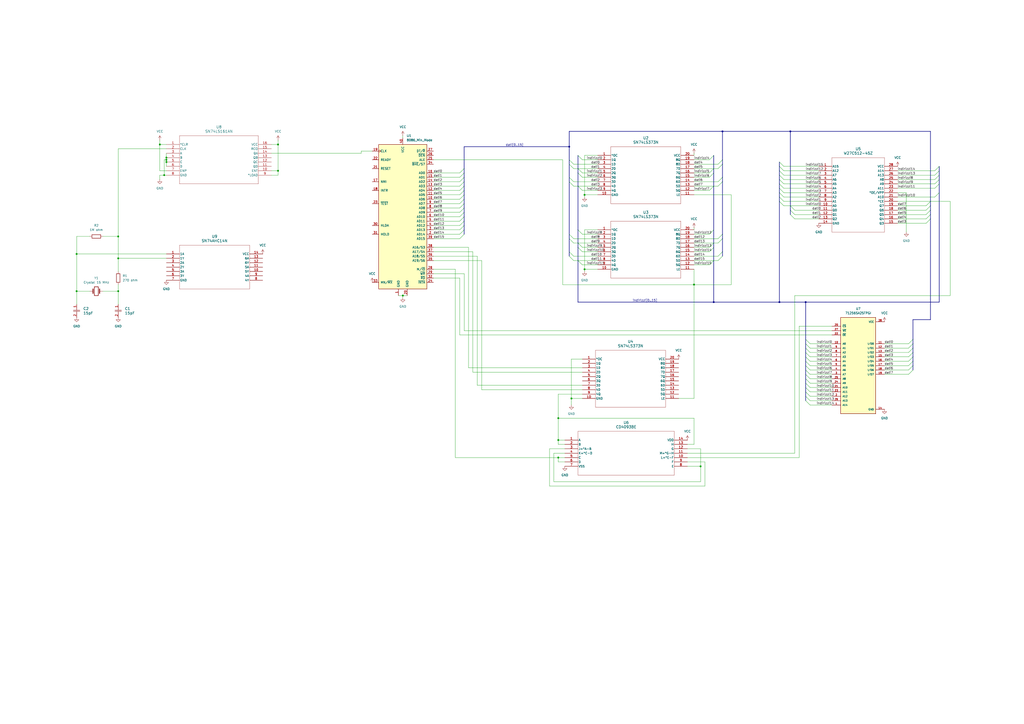
<source format=kicad_sch>
(kicad_sch (version 20250114) (generator "eeschema") (generator_version "9.0")
  (paper "A2")
  (title_block (title "philOS") (date "2025-02-26") (rev "0"))
  (lib_symbols
    (symbol "71256SA25TPGI:71256SA25TPGI" (pin_names (offset 1.016))
      (property "Reference" "U" (at -10.16 28.702 0))
      (property "Value" "71256SA25TPGI" (at -10.16 -30.48 0))
      (symbol "71256SA25TPGI_0_0"
        (pin input line (at -15.24 22.86 0) (length 5.08) (name "~{CS}") (number "20"))
        (pin input line (at -15.24 20.32 0) (length 5.08) (name "~{WE}") (number "27"))
        (pin input line (at -15.24 17.78 0) (length 5.08) (name "~{OE}") (number "22"))
        (pin input line (at -15.24 12.7 0) (length 5.08) (name "A0") (number "10"))
        (pin input line (at -15.24 10.16 0) (length 5.08) (name "A1") (number "9"))
        (pin input line (at -15.24 7.62 0) (length 5.08) (name "A2") (number "8"))
        (pin input line (at -15.24 5.08 0) (length 5.08) (name "A3") (number "7"))
        (pin input line (at -15.24 2.54 0) (length 5.08) (name "A4") (number "6"))
        (pin input line (at -15.24 0 0) (length 5.08) (name "A5") (number "5"))
        (pin input line (at -15.24 -2.54 0) (length 5.08) (name "A6") (number "4"))
        (pin input line (at -15.24 -5.08 0) (length 5.08) (name "A7") (number "3"))
        (pin input line (at -15.24 -7.62 0) (length 5.08) (name "A8") (number "25"))
        (pin input line (at -15.24 -10.16 0) (length 5.08) (name "A9") (number "24"))
        (pin input line (at -15.24 -12.7 0) (length 5.08) (name "A10") (number "21"))
        (pin input line (at -15.24 -15.24 0) (length 5.08) (name "A11") (number "23"))
        (pin input line (at -15.24 -17.78 0) (length 5.08) (name "A12") (number "2"))
        (pin input line (at -15.24 -20.32 0) (length 5.08) (name "A13") (number "26"))
        (pin input line (at -15.24 -22.86 0) (length 5.08) (name "A14") (number "1"))
        (pin power_in line (at 15.24 25.4 180) (length 5.08) (name "VCC") (number "28"))
        (pin bidirectional line (at 15.24 12.7 180) (length 5.08) (name "I/O0") (number "11"))
        (pin bidirectional line (at 15.24 10.16 180) (length 5.08) (name "I/O1") (number "12"))
        (pin bidirectional line (at 15.24 7.62 180) (length 5.08) (name "I/O2") (number "13"))
        (pin bidirectional line (at 15.24 5.08 180) (length 5.08) (name "I/O3") (number "15"))
        (pin bidirectional line (at 15.24 2.54 180) (length 5.08) (name "I/O4") (number "16"))
        (pin bidirectional line (at 15.24 0 180) (length 5.08) (name "I/O5") (number "17"))
        (pin bidirectional line (at 15.24 -2.54 180) (length 5.08) (name "I/O6") (number "18"))
        (pin bidirectional line (at 15.24 -5.08 180) (length 5.08) (name "I/O7") (number "19"))
        (pin power_in line (at 15.24 -25.4 180) (length 5.08) (name "GND") (number "14"))
      )
    )
    (symbol "CD4093BE:CD4093BE" (pin_names (offset 0.254))
      (property "Reference" "U" (at 35.56 10.16 0))
      (property "Value" "CD4093BE" (at 35.56 7.62 0))
      (symbol "CD4093BE_0_1"
        (pin unspecified line (at 0 0 0) (length 7.62) (name "A") (number "1"))
        (pin unspecified line (at 0 -2.54 0) (length 7.62) (name "B") (number "2"))
        (pin unspecified line (at 0 -5.08 0) (length 7.62) (name "J=*A-B") (number "3"))
        (pin unspecified line (at 0 -7.62 0) (length 7.62) (name "K=*C-D") (number "4"))
        (pin unspecified line (at 0 -10.16 0) (length 7.62) (name "C") (number "5"))
        (pin unspecified line (at 0 -12.7 0) (length 7.62) (name "D") (number "6"))
        (pin power_in line (at 0 -15.24 0) (length 7.62) (name "VSS") (number "7"))
        (pin power_in line (at 71.12 0 180) (length 7.62) (name "VDD") (number "14"))
        (pin unspecified line (at 71.12 -2.54 180) (length 7.62) (name "H") (number "13"))
        (pin unspecified line (at 71.12 -5.08 180) (length 7.62) (name "G") (number "12"))
        (pin unspecified line (at 71.12 -7.62 180) (length 7.62) (name "M=*G-H") (number "11"))
        (pin unspecified line (at 71.12 -10.16 180) (length 7.62) (name "L=*E-F") (number "10"))
        (pin unspecified line (at 71.12 -12.7 180) (length 7.62) (name "F") (number "9"))
        (pin unspecified line (at 71.12 -15.24 180) (length 7.62) (name "E") (number "8"))
      )
    )
    (symbol "Device:Crystal" (pin_numbers (hide yes)) (pin_names (offset 1.016) (hide yes))
      (property "Reference" "Y" (at 0 3.81 0))
      (property "Value" "Crystal" (at 0 -3.81 0))
      (symbol "Crystal_1_1"
        (pin passive line (at -3.81 0 0) (length 1.27) (name "1") (number "1"))
        (pin passive line (at 3.81 0 180) (length 1.27) (name "2") (number "2"))
      )
    )
    (symbol "Device:R" (pin_numbers (hide yes)) (pin_names (offset 0))
      (property "Reference" "R" (at 2.032 0 90))
      (property "Value" "R" (at 0 0 90))
      (symbol "R_1_1"
        (pin passive line (at 0 3.81 270) (length 1.27) (name "~") (number "1"))
        (pin passive line (at 0 -3.81 90) (length 1.27) (name "~") (number "2"))
      )
    )
    (symbol "K150J15C0GF5TL2:K150J15C0GF5TL2" (pin_names (offset 0.254))
      (property "Reference" "C" (at 3.81 3.81 0))
      (property "Value" "K150J15C0GF5TL2" (at 3.81 -3.81 0))
      (symbol "K150J15C0GF5TL2_0_1"
        (pin unspecified line (at 0 0 0) (length 2.54) (name "") (number "1"))
        (pin unspecified line (at 7.62 0 180) (length 2.54) (name "") (number "2"))
      )
    )
    (symbol "MCU_Intel:8086_Min_Mode" (pin_names (offset 1.016))
      (property "Reference" "U" (at -12.7 43.18 0))
      (property "Value" "8086_Min_Mode" (at 10.16 43.18 0))
      (symbol "8086_Min_Mode_1_1"
        (pin input clock (at -17.78 38.1 0) (length 3.81) (name "CLK") (number "19"))
        (pin input line (at -17.78 33.02 0) (length 3.81) (name "READY") (number "22"))
        (pin input line (at -17.78 27.94 0) (length 3.81) (name "RESET") (number "21"))
        (pin input line (at -17.78 20.32 0) (length 3.81) (name "NMI") (number "17"))
        (pin input line (at -17.78 15.24 0) (length 3.81) (name "INTR") (number "18"))
        (pin input line (at -17.78 7.62 0) (length 3.81) (name "~{TEST}") (number "23"))
        (pin output line (at -17.78 -5.08 0) (length 3.81) (name "HLDA") (number "30"))
        (pin input line (at -17.78 -10.16 0) (length 3.81) (name "HOLD") (number "31"))
        (pin input line (at -17.78 -38.1 0) (length 3.81) (name "MN/~{MX}") (number "33"))
        (pin power_in line (at -2.54 -45.72 90) (length 3.81) (name "GND") (number "1"))
        (pin power_in line (at 0 45.72 270) (length 3.81) (name "VCC") (number "40"))
        (pin power_in line (at 2.54 -45.72 90) (length 3.81) (name "GND") (number "20"))
        (pin output line (at 17.78 38.1 180) (length 3.81) (name "DT/~{R}") (number "27"))
        (pin output line (at 17.78 35.56 180) (length 3.81) (name "~{DEN}") (number "26"))
        (pin output line (at 17.78 33.02 180) (length 3.81) (name "ALE") (number "25"))
        (pin output line (at 17.78 30.48 180) (length 3.81) (name "~{BHE}/S7") (number "34"))
        (pin bidirectional line (at 17.78 25.4 180) (length 3.81) (name "AD0") (number "16"))
        (pin bidirectional line (at 17.78 22.86 180) (length 3.81) (name "AD1") (number "15"))
        (pin bidirectional line (at 17.78 20.32 180) (length 3.81) (name "AD2") (number "14"))
        (pin bidirectional line (at 17.78 17.78 180) (length 3.81) (name "AD3") (number "13"))
        (pin bidirectional line (at 17.78 15.24 180) (length 3.81) (name "AD4") (number "12"))
        (pin bidirectional line (at 17.78 12.7 180) (length 3.81) (name "AD5") (number "11"))
        (pin bidirectional line (at 17.78 10.16 180) (length 3.81) (name "AD6") (number "10"))
        (pin bidirectional line (at 17.78 7.62 180) (length 3.81) (name "AD7") (number "9"))
        (pin bidirectional line (at 17.78 5.08 180) (length 3.81) (name "AD8") (number "8"))
        (pin bidirectional line (at 17.78 2.54 180) (length 3.81) (name "AD9") (number "7"))
        (pin bidirectional line (at 17.78 0 180) (length 3.81) (name "AD10") (number "6"))
        (pin bidirectional line (at 17.78 -2.54 180) (length 3.81) (name "AD11") (number "5"))
        (pin bidirectional line (at 17.78 -5.08 180) (length 3.81) (name "AD12") (number "4"))
        (pin bidirectional line (at 17.78 -7.62 180) (length 3.81) (name "AD13") (number "3"))
        (pin bidirectional line (at 17.78 -10.16 180) (length 3.81) (name "AD14") (number "2"))
        (pin bidirectional line (at 17.78 -12.7 180) (length 3.81) (name "AD15") (number "39"))
        (pin output line (at 17.78 -17.78 180) (length 3.81) (name "A16/S3") (number "38"))
        (pin output line (at 17.78 -20.32 180) (length 3.81) (name "A17/S4") (number "37"))
        (pin output line (at 17.78 -22.86 180) (length 3.81) (name "A18/S5") (number "36"))
        (pin output line (at 17.78 -25.4 180) (length 3.81) (name "A19/S6") (number "35"))
        (pin output line (at 17.78 -30.48 180) (length 3.81) (name "M/~{IO}") (number "28"))
        (pin output line (at 17.78 -33.02 180) (length 3.81) (name "~{WR}") (number "29"))
        (pin output line (at 17.78 -35.56 180) (length 3.81) (name "~{RD}") (number "32"))
        (pin output line (at 17.78 -38.1 180) (length 3.81) (name "~{INTA}") (number "24"))
      )
    )
    (symbol "SN74AHC14N:SN74AHC14N" (pin_names (offset 0.254))
      (property "Reference" "U" (at 27.94 10.16 0))
      (property "Value" "SN74AHC14N" (at 27.94 7.62 0))
      (symbol "SN74AHC14N_0_1"
        (pin input line (at 0 0 0) (length 7.62) (name "1A") (number "1"))
        (pin output line (at 0 -2.54 0) (length 7.62) (name "1Y") (number "2"))
        (pin input line (at 0 -5.08 0) (length 7.62) (name "2A") (number "3"))
        (pin output line (at 0 -7.62 0) (length 7.62) (name "2Y") (number "4"))
        (pin input line (at 0 -10.16 0) (length 7.62) (name "3A") (number "5"))
        (pin output line (at 0 -12.7 0) (length 7.62) (name "3Y") (number "6"))
        (pin power_in line (at 0 -15.24 0) (length 7.62) (name "GND") (number "7"))
        (pin power_in line (at 55.88 0 180) (length 7.62) (name "VCC") (number "14"))
        (pin input line (at 55.88 -2.54 180) (length 7.62) (name "6A") (number "13"))
        (pin output line (at 55.88 -5.08 180) (length 7.62) (name "6Y") (number "12"))
        (pin input line (at 55.88 -7.62 180) (length 7.62) (name "5A") (number "11"))
        (pin output line (at 55.88 -10.16 180) (length 7.62) (name "5Y") (number "10"))
        (pin input line (at 55.88 -12.7 180) (length 7.62) (name "4A") (number "9"))
        (pin output line (at 55.88 -15.24 180) (length 7.62) (name "4Y") (number "8"))
      )
    )
    (symbol "SN74LS161AN:SN74LS161AN" (pin_names (offset 0.254))
      (property "Reference" "U" (at 30.48 10.16 0))
      (property "Value" "SN74LS161AN" (at 30.48 7.62 0))
      (symbol "SN74LS161AN_0_1"
        (pin input line (at 0 0 0) (length 7.62) (name "*CLR") (number "1"))
        (pin input line (at 0 -2.54 0) (length 7.62) (name "CLK") (number "2"))
        (pin input line (at 0 -5.08 0) (length 7.62) (name "A") (number "3"))
        (pin input line (at 0 -7.62 0) (length 7.62) (name "B") (number "4"))
        (pin input line (at 0 -10.16 0) (length 7.62) (name "C") (number "5"))
        (pin input line (at 0 -12.7 0) (length 7.62) (name "D") (number "6"))
        (pin input line (at 0 -15.24 0) (length 7.62) (name "ENP") (number "7"))
        (pin power_in line (at 0 -17.78 0) (length 7.62) (name "GND") (number "8"))
        (pin power_in line (at 60.96 0 180) (length 7.62) (name "VCC") (number "16"))
        (pin output line (at 60.96 -2.54 180) (length 7.62) (name "RCO") (number "15"))
        (pin output line (at 60.96 -5.08 180) (length 7.62) (name "QA") (number "14"))
        (pin output line (at 60.96 -7.62 180) (length 7.62) (name "QB") (number "13"))
        (pin output line (at 60.96 -10.16 180) (length 7.62) (name "QC") (number "12"))
        (pin output line (at 60.96 -12.7 180) (length 7.62) (name "QD") (number "11"))
        (pin input line (at 60.96 -15.24 180) (length 7.62) (name "ENT") (number "10"))
        (pin input line (at 60.96 -17.78 180) (length 7.62) (name "*LOAD") (number "9"))
      )
    )
    (symbol "SN74LS373N:SN74LS373N" (pin_names (offset 0.254))
      (property "Reference" "U" (at 27.94 10.16 0))
      (property "Value" "SN74LS373N" (at 27.94 7.62 0))
      (symbol "SN74LS373N_0_1"
        (pin input line (at 0 0 0) (length 7.62) (name "*OC") (number "1"))
        (pin output line (at 0 -2.54 0) (length 7.62) (name "1Q") (number "2"))
        (pin input line (at 0 -5.08 0) (length 7.62) (name "1D") (number "3"))
        (pin input line (at 0 -7.62 0) (length 7.62) (name "2D") (number "4"))
        (pin output line (at 0 -10.16 0) (length 7.62) (name "2Q") (number "5"))
        (pin output line (at 0 -12.7 0) (length 7.62) (name "3Q") (number "6"))
        (pin input line (at 0 -15.24 0) (length 7.62) (name "3D") (number "7"))
        (pin input line (at 0 -17.78 0) (length 7.62) (name "4D") (number "8"))
        (pin output line (at 0 -20.32 0) (length 7.62) (name "4Q") (number "9"))
        (pin power_in line (at 0 -22.86 0) (length 7.62) (name "GND") (number "10"))
        (pin power_in line (at 55.88 0 180) (length 7.62) (name "VCC") (number "20"))
        (pin output line (at 55.88 -2.54 180) (length 7.62) (name "8Q") (number "19"))
        (pin input line (at 55.88 -5.08 180) (length 7.62) (name "8D") (number "18"))
        (pin input line (at 55.88 -7.62 180) (length 7.62) (name "7D") (number "17"))
        (pin output line (at 55.88 -10.16 180) (length 7.62) (name "7Q") (number "16"))
        (pin output line (at 55.88 -12.7 180) (length 7.62) (name "6Q") (number "15"))
        (pin input line (at 55.88 -15.24 180) (length 7.62) (name "6D") (number "14"))
        (pin input line (at 55.88 -17.78 180) (length 7.62) (name "5D") (number "13"))
        (pin output line (at 55.88 -20.32 180) (length 7.62) (name "5Q") (number "12"))
        (pin input line (at 55.88 -22.86 180) (length 7.62) (name "LE") (number "11"))
      )
    )
    (symbol "W27C512-45Z:W27C512-45Z" (pin_names (offset 0.254))
      (property "Reference" "U" (at 22.86 10.16 0))
      (property "Value" "W27C512-45Z" (at 22.86 7.62 0))
      (symbol "W27C512-45Z_0_1"
        (pin input line (at 0 0 0) (length 7.62) (name "A15") (number "1"))
        (pin input line (at 0 -2.54 0) (length 7.62) (name "A12") (number "2"))
        (pin input line (at 0 -5.08 0) (length 7.62) (name "A7") (number "3"))
        (pin input line (at 0 -7.62 0) (length 7.62) (name "A6") (number "4"))
        (pin input line (at 0 -10.16 0) (length 7.62) (name "A5") (number "5"))
        (pin input line (at 0 -12.7 0) (length 7.62) (name "A4") (number "6"))
        (pin input line (at 0 -15.24 0) (length 7.62) (name "A3") (number "7"))
        (pin input line (at 0 -17.78 0) (length 7.62) (name "A2") (number "8"))
        (pin input line (at 0 -20.32 0) (length 7.62) (name "A1") (number "9"))
        (pin input line (at 0 -22.86 0) (length 7.62) (name "A0") (number "10"))
        (pin bidirectional line (at 0 -25.4 0) (length 7.62) (name "Q0") (number "11"))
        (pin bidirectional line (at 0 -27.94 0) (length 7.62) (name "Q1") (number "12"))
        (pin bidirectional line (at 0 -30.48 0) (length 7.62) (name "Q2") (number "13"))
        (pin power_out line (at 0 -33.02 0) (length 7.62) (name "GND") (number "14"))
        (pin power_in line (at 45.72 0 180) (length 7.62) (name "VCC") (number "28"))
        (pin input line (at 45.72 -2.54 180) (length 7.62) (name "A14") (number "27"))
        (pin input line (at 45.72 -5.08 180) (length 7.62) (name "A13") (number "26"))
        (pin input line (at 45.72 -7.62 180) (length 7.62) (name "A8") (number "25"))
        (pin input line (at 45.72 -10.16 180) (length 7.62) (name "A9") (number "24"))
        (pin input line (at 45.72 -12.7 180) (length 7.62) (name "A11") (number "23"))
        (pin unspecified line (at 45.72 -15.24 180) (length 7.62) (name "*OE/VPP") (number "22"))
        (pin input line (at 45.72 -17.78 180) (length 7.62) (name "A10") (number "21"))
        (pin unspecified line (at 45.72 -20.32 180) (length 7.62) (name "*CE") (number "20"))
        (pin bidirectional line (at 45.72 -22.86 180) (length 7.62) (name "Q7") (number "19"))
        (pin bidirectional line (at 45.72 -25.4 180) (length 7.62) (name "Q6") (number "18"))
        (pin bidirectional line (at 45.72 -27.94 180) (length 7.62) (name "Q5") (number "17"))
        (pin bidirectional line (at 45.72 -30.48 180) (length 7.62) (name "Q4") (number "16"))
        (pin bidirectional line (at 45.72 -33.02 180) (length 7.62) (name "Q3") (number "15"))
      )
    )
    (symbol "power:GND" (power) (pin_numbers (hide yes)) (pin_names (offset 0) (hide yes))
      (property "Value" "GND" (at 0 -3.81 0))
      (symbol "GND_1_1"
        (pin power_in line (at 0 0 270) (length 0) (name "~") (number "1"))
      )
    )
    (symbol "power:VCC" (power) (pin_numbers (hide yes)) (pin_names (offset 0) (hide yes))
      (property "Value" "VCC" (at 0 3.556 0))
      (symbol "VCC_1_1"
        (pin power_in line (at 0 0 90) (length 0) (name "~") (number "1"))
      )
    )
  )
  (junction (at 331.47 231.14))
  (junction (at 95.25 101.6))
  (junction (at 406.4 270.51))
  (junction (at 44.45 168.91))
  (junction (at 402.59 165.1))
  (junction (at 96.52 92.71))
  (junction (at 161.29 99.06))
  (junction (at 467.36 175.26))
  (junction (at 419.1 76.2))
  (junction (at 323.85 255.27))
  (junction (at 330.2 85.09))
  (junction (at 92.71 83.82))
  (junction (at 458.47 76.2))
  (junction (at 44.45 147.32))
  (junction (at 339.09 113.03))
  (junction (at 68.58 137.16))
  (junction (at 339.09 156.21))
  (junction (at 414.02 175.26))
  (junction (at 68.58 168.91))
  (junction (at 96.52 93.98))
  (junction (at 323.85 265.43))
  (junction (at 161.29 83.82))
  (junction (at 96.52 91.44))
  (junction (at 68.58 149.86))
  (junction (at 323.85 242.57))
  (junction (at 233.68 171.45))
  (junction (at 452.12 175.26))
  (bus_entry (at 467.36 232.41) (size 2.54 2.54))
  (bus_entry (at 330.2 92.71) (size 2.54 2.54))
  (bus_entry (at 467.36 227.33) (size 2.54 2.54))
  (bus_entry (at 269.24 120.65) (size -2.54 2.54))
  (bus_entry (at 467.36 219.71) (size 2.54 2.54))
  (bus_entry (at 414.02 140.97) (size -2.54 2.54))
  (bus_entry (at 539.75 116.84) (size -2.54 2.54))
  (bus_entry (at 335.28 133.35) (size 2.54 2.54))
  (bus_entry (at 539.75 127) (size -2.54 2.54))
  (bus_entry (at 539.75 124.46) (size -2.54 2.54))
  (bus_entry (at 414.02 133.35) (size -2.54 2.54))
  (bus_entry (at 452.12 104.14) (size 2.54 2.54))
  (bus_entry (at 419.1 95.25) (size -2.54 2.54))
  (bus_entry (at 414.02 107.95) (size -2.54 2.54))
  (bus_entry (at 529.59 196.85) (size -2.54 2.54))
  (bus_entry (at 467.36 214.63) (size 2.54 2.54))
  (bus_entry (at 269.24 123.19) (size -2.54 2.54))
  (bus_entry (at 419.1 102.87) (size -2.54 2.54))
  (bus_entry (at 467.36 212.09) (size 2.54 2.54))
  (bus_entry (at 539.75 119.38) (size -2.54 2.54))
  (bus_entry (at 452.12 99.06) (size 2.54 2.54))
  (bus_entry (at 544.83 96.52) (size -2.54 2.54))
  (bus_entry (at 330.2 135.89) (size 2.54 2.54))
  (bus_entry (at 335.28 140.97) (size 2.54 2.54))
  (bus_entry (at 269.24 110.49) (size -2.54 2.54))
  (bus_entry (at 452.12 101.6) (size 2.54 2.54))
  (bus_entry (at 335.28 100.33) (size 2.54 2.54))
  (bus_entry (at 269.24 125.73) (size -2.54 2.54))
  (bus_entry (at 467.36 199.39) (size 2.54 2.54))
  (bus_entry (at 529.59 212.09) (size -2.54 2.54))
  (bus_entry (at 544.83 111.76) (size -2.54 2.54))
  (bus_entry (at 544.83 101.6) (size -2.54 2.54))
  (bus_entry (at 269.24 113.03) (size -2.54 2.54))
  (bus_entry (at 414.02 90.17) (size -2.54 2.54))
  (bus_entry (at 330.2 148.59) (size 2.54 2.54))
  (bus_entry (at 544.83 99.06) (size -2.54 2.54))
  (bus_entry (at 330.2 105.41) (size 2.54 2.54))
  (bus_entry (at 529.59 204.47) (size -2.54 2.54))
  (bus_entry (at 452.12 93.98) (size 2.54 2.54))
  (bus_entry (at 452.12 114.3) (size 2.54 2.54))
  (bus_entry (at 269.24 115.57) (size -2.54 2.54))
  (bus_entry (at 414.02 100.33) (size -2.54 2.54))
  (bus_entry (at 467.36 209.55) (size 2.54 2.54))
  (bus_entry (at 544.83 104.14) (size -2.54 2.54))
  (bus_entry (at 269.24 135.89) (size -2.54 2.54))
  (bus_entry (at 269.24 107.95) (size -2.54 2.54))
  (bus_entry (at 458.47 121.92) (size 2.54 2.54))
  (bus_entry (at 330.2 95.25) (size 2.54 2.54))
  (bus_entry (at 335.28 143.51) (size 2.54 2.54))
  (bus_entry (at 269.24 128.27) (size -2.54 2.54))
  (bus_entry (at 269.24 100.33) (size -2.54 2.54))
  (bus_entry (at 335.28 97.79) (size 2.54 2.54))
  (bus_entry (at 419.1 135.89) (size -2.54 2.54))
  (bus_entry (at 458.47 124.46) (size 2.54 2.54))
  (bus_entry (at 330.2 146.05) (size 2.54 2.54))
  (bus_entry (at 414.02 143.51) (size -2.54 2.54))
  (bus_entry (at 419.1 92.71) (size -2.54 2.54))
  (bus_entry (at 467.36 217.17) (size 2.54 2.54))
  (bus_entry (at 529.59 209.55) (size -2.54 2.54))
  (bus_entry (at 452.12 109.22) (size 2.54 2.54))
  (bus_entry (at 330.2 102.87) (size 2.54 2.54))
  (bus_entry (at 269.24 97.79) (size -2.54 2.54))
  (bus_entry (at 467.36 201.93) (size 2.54 2.54))
  (bus_entry (at 529.59 199.39) (size -2.54 2.54))
  (bus_entry (at 414.02 97.79) (size -2.54 2.54))
  (bus_entry (at 467.36 222.25) (size 2.54 2.54))
  (bus_entry (at 269.24 118.11) (size -2.54 2.54))
  (bus_entry (at 452.12 116.84) (size 2.54 2.54))
  (bus_entry (at 452.12 111.76) (size 2.54 2.54))
  (bus_entry (at 467.36 229.87) (size 2.54 2.54))
  (bus_entry (at 529.59 214.63) (size -2.54 2.54))
  (bus_entry (at 269.24 133.35) (size -2.54 2.54))
  (bus_entry (at 452.12 106.68) (size 2.54 2.54))
  (bus_entry (at 458.47 119.38) (size 2.54 2.54))
  (bus_entry (at 529.59 201.93) (size -2.54 2.54))
  (bus_entry (at 419.1 146.05) (size -2.54 2.54))
  (bus_entry (at 269.24 105.41) (size -2.54 2.54))
  (bus_entry (at 467.36 204.47) (size 2.54 2.54))
  (bus_entry (at 419.1 105.41) (size -2.54 2.54))
  (bus_entry (at 467.36 224.79) (size 2.54 2.54))
  (bus_entry (at 544.83 106.68) (size -2.54 2.54))
  (bus_entry (at 335.28 151.13) (size 2.54 2.54))
  (bus_entry (at 419.1 148.59) (size -2.54 2.54))
  (bus_entry (at 419.1 138.43) (size -2.54 2.54))
  (bus_entry (at 330.2 138.43) (size 2.54 2.54))
  (bus_entry (at 269.24 102.87) (size -2.54 2.54))
  (bus_entry (at 452.12 96.52) (size 2.54 2.54))
  (bus_entry (at 269.24 130.81) (size -2.54 2.54))
  (bus_entry (at 414.02 151.13) (size -2.54 2.54))
  (bus_entry (at 467.36 207.01) (size 2.54 2.54))
  (bus_entry (at 539.75 121.92) (size -2.54 2.54))
  (bus_entry (at 335.28 107.95) (size 2.54 2.54))
  (bus_entry (at 529.59 207.01) (size -2.54 2.54))
  (bus_entry (at 335.28 90.17) (size 2.54 2.54))
  (bus_entry (at 467.36 196.85) (size 2.54 2.54))
  (wire (pts (xy 402.59 135.89) (xy 411.48 135.89)))
  (bus (pts (xy 419.1 135.89) (xy 419.1 138.43)))
  (wire (pts (xy 398.78 262.89) (xy 461.01 262.89)))
  (wire (pts (xy 469.9 224.79) (xy 482.6 224.79)))
  (wire (pts (xy 402.59 153.67) (xy 411.48 153.67)))
  (wire (pts (xy 520.7 121.92) (xy 537.21 121.92)))
  (wire (pts (xy 92.71 99.06) (xy 92.71 83.82)))
  (bus (pts (xy 467.36 219.71) (xy 467.36 222.25)))
  (wire (pts (xy 520.7 104.14) (xy 542.29 104.14)))
  (wire (pts (xy 337.82 135.89) (xy 346.71 135.89)))
  (wire (pts (xy 337.82 208.28) (xy 331.47 208.28)))
  (wire (pts (xy 279.4 226.06) (xy 337.82 226.06)))
  (wire (pts (xy 513.08 217.17) (xy 527.05 217.17)))
  (wire (pts (xy 96.52 99.06) (xy 92.71 99.06)))
  (wire (pts (xy 269.24 158.75) (xy 269.24 191.77)))
  (wire (pts (xy 251.46 118.11) (xy 266.7 118.11)))
  (wire (pts (xy 251.46 146.05) (xy 274.32 146.05)))
  (wire (pts (xy 520.7 111.76) (xy 525.78 111.76)))
  (bus (pts (xy 544.83 99.06) (xy 544.83 96.52)))
  (wire (pts (xy 323.85 267.97) (xy 327.66 267.97)))
  (wire (pts (xy 469.9 222.25) (xy 482.6 222.25)))
  (wire (pts (xy 274.32 215.9) (xy 337.82 215.9)))
  (bus (pts (xy 458.47 121.92) (xy 458.47 124.46)))
  (bus (pts (xy 419.1 102.87) (xy 419.1 105.41)))
  (bus (pts (xy 458.47 76.2) (xy 539.75 76.2)))
  (wire (pts (xy 339.09 156.21) (xy 346.71 156.21)))
  (wire (pts (xy 520.7 119.38) (xy 537.21 119.38)))
  (wire (pts (xy 454.66 119.38) (xy 458.47 119.38)))
  (wire (pts (xy 251.46 102.87) (xy 266.7 102.87)))
  (wire (pts (xy 251.46 123.19) (xy 266.7 123.19)))
  (wire (pts (xy 251.46 133.35) (xy 266.7 133.35)))
  (bus (pts (xy 269.24 123.19) (xy 269.24 125.73)))
  (wire (pts (xy 233.68 171.45) (xy 236.22 171.45)))
  (bus (pts (xy 452.12 114.3) (xy 452.12 116.84)))
  (wire (pts (xy 52.07 137.16) (xy 44.45 137.16)))
  (wire (pts (xy 251.46 92.71) (xy 326.39 92.71)))
  (wire (pts (xy 339.09 90.17) (xy 339.09 113.03)))
  (wire (pts (xy 323.85 265.43) (xy 327.66 265.43)))
  (bus (pts (xy 335.28 107.95) (xy 335.28 133.35)))
  (wire (pts (xy 266.7 194.31) (xy 266.7 161.29)))
  (wire (pts (xy 513.08 201.93) (xy 527.05 201.93)))
  (wire (pts (xy 331.47 231.14) (xy 331.47 234.95)))
  (bus (pts (xy 269.24 97.79) (xy 269.24 100.33)))
  (wire (pts (xy 398.78 260.35) (xy 406.4 260.35)))
  (wire (pts (xy 251.46 143.51) (xy 271.78 143.51)))
  (bus (pts (xy 467.36 214.63) (xy 467.36 217.17)))
  (bus (pts (xy 452.12 99.06) (xy 452.12 101.6)))
  (bus (pts (xy 269.24 107.95) (xy 269.24 110.49)))
  (bus (pts (xy 539.75 116.84) (xy 539.75 119.38)))
  (bus (pts (xy 529.59 204.47) (xy 529.59 207.01)))
  (wire (pts (xy 520.7 124.46) (xy 537.21 124.46)))
  (wire (pts (xy 454.66 99.06) (xy 474.98 99.06)))
  (bus (pts (xy 269.24 85.09) (xy 330.2 85.09)))
  (wire (pts (xy 469.9 219.71) (xy 482.6 219.71)))
  (wire (pts (xy 251.46 158.75) (xy 269.24 158.75)))
  (wire (pts (xy 454.66 106.68) (xy 474.98 106.68)))
  (bus (pts (xy 269.24 85.09) (xy 269.24 97.79)))
  (bus (pts (xy 452.12 96.52) (xy 452.12 99.06)))
  (wire (pts (xy 520.7 116.84) (xy 539.75 116.84)))
  (wire (pts (xy 398.78 265.43) (xy 463.55 265.43)))
  (bus (pts (xy 419.1 76.2) (xy 419.1 92.71)))
  (bus (pts (xy 335.28 151.13) (xy 335.28 175.26)))
  (wire (pts (xy 326.39 165.1) (xy 402.59 165.1)))
  (wire (pts (xy 251.46 120.65) (xy 266.7 120.65)))
  (wire (pts (xy 96.52 149.86) (xy 68.58 149.86)))
  (wire (pts (xy 408.94 281.94) (xy 408.94 267.97)))
  (bus (pts (xy 414.02 107.95) (xy 414.02 100.33)))
  (bus (pts (xy 419.1 138.43) (xy 419.1 146.05)))
  (wire (pts (xy 266.7 161.29) (xy 251.46 161.29)))
  (bus (pts (xy 529.59 207.01) (xy 529.59 209.55)))
  (wire (pts (xy 337.82 143.51) (xy 346.71 143.51)))
  (wire (pts (xy 454.66 111.76) (xy 474.98 111.76)))
  (wire (pts (xy 337.82 228.6) (xy 323.85 228.6)))
  (bus (pts (xy 269.24 128.27) (xy 269.24 130.81)))
  (bus (pts (xy 467.36 207.01) (xy 467.36 209.55)))
  (wire (pts (xy 323.85 242.57) (xy 323.85 255.27)))
  (bus (pts (xy 330.2 95.25) (xy 330.2 102.87)))
  (bus (pts (xy 414.02 140.97) (xy 414.02 133.35)))
  (bus (pts (xy 467.36 175.26) (xy 544.83 175.26)))
  (wire (pts (xy 251.46 107.95) (xy 266.7 107.95)))
  (wire (pts (xy 402.59 151.13) (xy 414.02 151.13)))
  (wire (pts (xy 469.9 209.55) (xy 482.6 209.55)))
  (wire (pts (xy 414.02 107.95) (xy 402.59 107.95)))
  (wire (pts (xy 264.16 265.43) (xy 323.85 265.43)))
  (wire (pts (xy 408.94 267.97) (xy 398.78 267.97)))
  (wire (pts (xy 157.48 99.06) (xy 161.29 99.06)))
  (bus (pts (xy 414.02 100.33) (xy 414.02 97.79)))
  (wire (pts (xy 337.82 110.49) (xy 346.71 110.49)))
  (bus (pts (xy 419.1 76.2) (xy 458.47 76.2)))
  (bus (pts (xy 269.24 113.03) (xy 269.24 115.57)))
  (wire (pts (xy 231.14 171.45) (xy 233.68 171.45)))
  (wire (pts (xy 402.59 143.51) (xy 411.48 143.51)))
  (wire (pts (xy 251.46 135.89) (xy 266.7 135.89)))
  (wire (pts (xy 469.9 199.39) (xy 482.6 199.39)))
  (bus (pts (xy 269.24 120.65) (xy 269.24 123.19)))
  (wire (pts (xy 44.45 147.32) (xy 96.52 147.32)))
  (bus (pts (xy 414.02 175.26) (xy 414.02 151.13)))
  (bus (pts (xy 335.28 143.51) (xy 335.28 151.13)))
  (wire (pts (xy 251.46 110.49) (xy 266.7 110.49)))
  (wire (pts (xy 402.59 138.43) (xy 416.56 138.43)))
  (wire (pts (xy 337.82 100.33) (xy 346.71 100.33)))
  (wire (pts (xy 458.47 119.38) (xy 474.98 119.38)))
  (wire (pts (xy 264.16 156.21) (xy 264.16 265.43)))
  (bus (pts (xy 544.83 106.68) (xy 544.83 104.14)))
  (wire (pts (xy 271.78 143.51) (xy 271.78 213.36)))
  (wire (pts (xy 520.7 114.3) (xy 542.29 114.3)))
  (bus (pts (xy 335.28 140.97) (xy 335.28 143.51)))
  (bus (pts (xy 330.2 76.2) (xy 419.1 76.2)))
  (bus (pts (xy 529.59 185.42) (xy 529.59 196.85)))
  (wire (pts (xy 323.85 228.6) (xy 323.85 242.57)))
  (wire (pts (xy 332.74 105.41) (xy 346.71 105.41)))
  (wire (pts (xy 402.59 165.1) (xy 402.59 156.21)))
  (wire (pts (xy 44.45 168.91) (xy 44.45 147.32)))
  (bus (pts (xy 419.1 146.05) (xy 419.1 148.59)))
  (wire (pts (xy 346.71 133.35) (xy 339.09 133.35)))
  (wire (pts (xy 68.58 137.16) (xy 68.58 86.36)))
  (wire (pts (xy 402.59 242.57) (xy 402.59 257.81)))
  (wire (pts (xy 402.59 257.81) (xy 398.78 257.81)))
  (wire (pts (xy 402.59 165.1) (xy 402.59 231.14)))
  (wire (pts (xy 469.9 217.17) (xy 482.6 217.17)))
  (wire (pts (xy 402.59 95.25) (xy 416.56 95.25)))
  (wire (pts (xy 276.86 223.52) (xy 337.82 223.52)))
  (wire (pts (xy 513.08 207.01) (xy 527.05 207.01)))
  (wire (pts (xy 469.9 201.93) (xy 482.6 201.93)))
  (wire (pts (xy 337.82 153.67) (xy 346.71 153.67)))
  (wire (pts (xy 335.28 97.79) (xy 346.71 97.79)))
  (wire (pts (xy 96.52 93.98) (xy 96.52 96.52)))
  (bus (pts (xy 467.36 227.33) (xy 467.36 229.87)))
  (wire (pts (xy 461.01 127) (xy 474.98 127)))
  (wire (pts (xy 402.59 140.97) (xy 414.02 140.97)))
  (wire (pts (xy 269.24 191.77) (xy 482.6 191.77)))
  (wire (pts (xy 335.28 151.13) (xy 346.71 151.13)))
  (wire (pts (xy 402.59 105.41) (xy 416.56 105.41)))
  (wire (pts (xy 332.74 138.43) (xy 346.71 138.43)))
  (wire (pts (xy 209.55 88.9) (xy 209.55 87.63)))
  (wire (pts (xy 96.52 92.71) (xy 96.52 93.98)))
  (bus (pts (xy 539.75 76.2) (xy 539.75 116.84)))
  (wire (pts (xy 251.46 130.81) (xy 266.7 130.81)))
  (wire (pts (xy 96.52 92.71) (xy 95.25 92.71)))
  (wire (pts (xy 454.66 101.6) (xy 474.98 101.6)))
  (wire (pts (xy 402.59 97.79) (xy 414.02 97.79)))
  (wire (pts (xy 251.46 138.43) (xy 266.7 138.43)))
  (wire (pts (xy 92.71 81.28) (xy 92.71 83.82)))
  (bus (pts (xy 269.24 102.87) (xy 269.24 105.41)))
  (wire (pts (xy 321.31 279.4) (xy 406.4 279.4)))
  (bus (pts (xy 269.24 100.33) (xy 269.24 102.87)))
  (bus (pts (xy 539.75 127) (xy 539.75 185.42)))
  (wire (pts (xy 331.47 208.28) (xy 331.47 231.14)))
  (bus (pts (xy 539.75 185.42) (xy 529.59 185.42)))
  (wire (pts (xy 318.77 260.35) (xy 318.77 281.94)))
  (wire (pts (xy 416.56 107.95) (xy 414.02 107.95)))
  (wire (pts (xy 323.85 265.43) (xy 323.85 267.97)))
  (bus (pts (xy 539.75 119.38) (xy 539.75 121.92)))
  (wire (pts (xy 96.52 88.9) (xy 96.52 91.44)))
  (wire (pts (xy 402.59 102.87) (xy 411.48 102.87)))
  (bus (pts (xy 529.59 209.55) (xy 529.59 212.09)))
  (bus (pts (xy 529.59 212.09) (xy 529.59 214.63)))
  (wire (pts (xy 92.71 83.82) (xy 96.52 83.82)))
  (wire (pts (xy 332.74 151.13) (xy 335.28 151.13)))
  (bus (pts (xy 467.36 224.79) (xy 467.36 227.33)))
  (bus (pts (xy 467.36 204.47) (xy 467.36 207.01)))
  (wire (pts (xy 414.02 140.97) (xy 416.56 140.97)))
  (wire (pts (xy 251.46 100.33) (xy 266.7 100.33)))
  (wire (pts (xy 251.46 156.21) (xy 264.16 156.21)))
  (wire (pts (xy 454.66 114.3) (xy 474.98 114.3)))
  (wire (pts (xy 274.32 146.05) (xy 274.32 215.9)))
  (bus (pts (xy 452.12 101.6) (xy 452.12 104.14)))
  (wire (pts (xy 59.69 137.16) (xy 68.58 137.16)))
  (wire (pts (xy 332.74 107.95) (xy 335.28 107.95)))
  (wire (pts (xy 402.59 148.59) (xy 416.56 148.59)))
  (bus (pts (xy 467.36 229.87) (xy 467.36 232.41)))
  (wire (pts (xy 337.82 92.71) (xy 346.71 92.71)))
  (wire (pts (xy 469.9 229.87) (xy 482.6 229.87)))
  (wire (pts (xy 68.58 137.16) (xy 68.58 149.86)))
  (bus (pts (xy 414.02 133.35) (xy 414.02 107.95)))
  (wire (pts (xy 424.18 165.1) (xy 424.18 113.03)))
  (bus (pts (xy 419.1 95.25) (xy 419.1 102.87)))
  (bus (pts (xy 269.24 125.73) (xy 269.24 128.27)))
  (wire (pts (xy 92.71 104.14) (xy 92.71 101.6)))
  (wire (pts (xy 461.01 121.92) (xy 474.98 121.92)))
  (wire (pts (xy 414.02 97.79) (xy 416.56 97.79)))
  (wire (pts (xy 331.47 231.14) (xy 337.82 231.14)))
  (bus (pts (xy 458.47 76.2) (xy 458.47 119.38)))
  (wire (pts (xy 95.25 101.6) (xy 96.52 101.6)))
  (bus (pts (xy 452.12 106.68) (xy 452.12 109.22)))
  (wire (pts (xy 525.78 111.76) (xy 525.78 134.62)))
  (wire (pts (xy 68.58 86.36) (xy 96.52 86.36)))
  (wire (pts (xy 321.31 262.89) (xy 321.31 279.4)))
  (bus (pts (xy 269.24 105.41) (xy 269.24 107.95)))
  (wire (pts (xy 323.85 242.57) (xy 402.59 242.57)))
  (wire (pts (xy 406.4 270.51) (xy 398.78 270.51)))
  (wire (pts (xy 337.82 146.05) (xy 346.71 146.05)))
  (wire (pts (xy 424.18 113.03) (xy 402.59 113.03)))
  (bus (pts (xy 467.36 175.26) (xy 467.36 196.85)))
  (wire (pts (xy 402.59 231.14) (xy 393.7 231.14)))
  (bus (pts (xy 467.36 209.55) (xy 467.36 212.09)))
  (wire (pts (xy 161.29 101.6) (xy 161.29 99.06)))
  (bus (pts (xy 452.12 104.14) (xy 452.12 106.68)))
  (wire (pts (xy 337.82 102.87) (xy 346.71 102.87)))
  (wire (pts (xy 414.02 151.13) (xy 416.56 151.13)))
  (wire (pts (xy 402.59 165.1) (xy 424.18 165.1)))
  (wire (pts (xy 520.7 101.6) (xy 542.29 101.6)))
  (wire (pts (xy 157.48 88.9) (xy 209.55 88.9)))
  (wire (pts (xy 454.66 104.14) (xy 474.98 104.14)))
  (wire (pts (xy 68.58 165.1) (xy 68.58 168.91)))
  (bus (pts (xy 269.24 130.81) (xy 269.24 133.35)))
  (bus (pts (xy 330.2 105.41) (xy 330.2 135.89)))
  (bus (pts (xy 330.2 85.09) (xy 330.2 92.71)))
  (bus (pts (xy 269.24 118.11) (xy 269.24 120.65)))
  (wire (pts (xy 469.9 212.09) (xy 482.6 212.09)))
  (bus (pts (xy 529.59 201.93) (xy 529.59 204.47)))
  (wire (pts (xy 520.7 109.22) (xy 542.29 109.22)))
  (bus (pts (xy 335.28 90.17) (xy 335.28 97.79)))
  (wire (pts (xy 251.46 105.41) (xy 266.7 105.41)))
  (wire (pts (xy 95.25 92.71) (xy 95.25 101.6)))
  (wire (pts (xy 461.01 262.89) (xy 461.01 171.45)))
  (wire (pts (xy 44.45 168.91) (xy 52.07 168.91)))
  (wire (pts (xy 279.4 151.13) (xy 279.4 226.06)))
  (wire (pts (xy 323.85 257.81) (xy 327.66 257.81)))
  (wire (pts (xy 68.58 149.86) (xy 68.58 157.48)))
  (wire (pts (xy 469.9 204.47) (xy 482.6 204.47)))
  (wire (pts (xy 339.09 156.21) (xy 339.09 157.48)))
  (wire (pts (xy 463.55 189.23) (xy 482.6 189.23)))
  (wire (pts (xy 520.7 106.68) (xy 542.29 106.68)))
  (wire (pts (xy 402.59 100.33) (xy 411.48 100.33)))
  (wire (pts (xy 209.55 87.63) (xy 215.9 87.63)))
  (wire (pts (xy 402.59 110.49) (xy 411.48 110.49)))
  (wire (pts (xy 327.66 262.89) (xy 321.31 262.89)))
  (wire (pts (xy 402.59 92.71) (xy 411.48 92.71)))
  (wire (pts (xy 161.29 81.28) (xy 161.29 83.82)))
  (wire (pts (xy 332.74 95.25) (xy 346.71 95.25)))
  (wire (pts (xy 513.08 209.55) (xy 527.05 209.55)))
  (bus (pts (xy 539.75 121.92) (xy 539.75 124.46)))
  (wire (pts (xy 406.4 279.4) (xy 406.4 270.51)))
  (bus (pts (xy 452.12 111.76) (xy 452.12 114.3)))
  (wire (pts (xy 276.86 148.59) (xy 276.86 223.52)))
  (bus (pts (xy 452.12 109.22) (xy 452.12 111.76)))
  (wire (pts (xy 482.6 194.31) (xy 266.7 194.31)))
  (wire (pts (xy 469.9 232.41) (xy 482.6 232.41)))
  (bus (pts (xy 458.47 119.38) (xy 458.47 121.92)))
  (wire (pts (xy 332.74 148.59) (xy 346.71 148.59)))
  (bus (pts (xy 467.36 201.93) (xy 467.36 204.47)))
  (bus (pts (xy 467.36 222.25) (xy 467.36 224.79)))
  (wire (pts (xy 323.85 255.27) (xy 323.85 257.81)))
  (bus (pts (xy 467.36 212.09) (xy 467.36 214.63)))
  (wire (pts (xy 96.52 91.44) (xy 96.52 92.71)))
  (wire (pts (xy 271.78 213.36) (xy 337.82 213.36)))
  (wire (pts (xy 59.69 168.91) (xy 68.58 168.91)))
  (wire (pts (xy 469.9 214.63) (xy 482.6 214.63)))
  (wire (pts (xy 539.75 116.84) (xy 551.18 116.84)))
  (wire (pts (xy 527.05 199.39) (xy 513.08 199.39)))
  (wire (pts (xy 251.46 151.13) (xy 279.4 151.13)))
  (bus (pts (xy 335.28 133.35) (xy 335.28 140.97)))
  (bus (pts (xy 544.83 175.26) (xy 544.83 111.76)))
  (bus (pts (xy 335.28 97.79) (xy 335.28 100.33)))
  (wire (pts (xy 233.68 78.74) (xy 233.68 80.01)))
  (wire (pts (xy 402.59 132.08) (xy 402.59 133.35)))
  (bus (pts (xy 467.36 196.85) (xy 467.36 199.39)))
  (bus (pts (xy 414.02 151.13) (xy 414.02 143.51)))
  (wire (pts (xy 251.46 125.73) (xy 266.7 125.73)))
  (wire (pts (xy 251.46 148.59) (xy 276.86 148.59)))
  (wire (pts (xy 161.29 99.06) (xy 161.29 83.82)))
  (wire (pts (xy 402.59 146.05) (xy 411.48 146.05)))
  (bus (pts (xy 529.59 196.85) (xy 529.59 199.39)))
  (bus (pts (xy 539.75 124.46) (xy 539.75 127)))
  (wire (pts (xy 346.71 90.17) (xy 339.09 90.17)))
  (wire (pts (xy 551.18 171.45) (xy 551.18 116.84)))
  (wire (pts (xy 461.01 171.45) (xy 551.18 171.45)))
  (wire (pts (xy 327.66 260.35) (xy 318.77 260.35)))
  (bus (pts (xy 467.36 199.39) (xy 467.36 201.93)))
  (bus (pts (xy 544.83 101.6) (xy 544.83 99.06)))
  (wire (pts (xy 335.28 107.95) (xy 346.71 107.95)))
  (wire (pts (xy 339.09 133.35) (xy 339.09 156.21)))
  (wire (pts (xy 251.46 128.27) (xy 266.7 128.27)))
  (wire (pts (xy 332.74 97.79) (xy 335.28 97.79)))
  (wire (pts (xy 157.48 101.6) (xy 161.29 101.6)))
  (wire (pts (xy 326.39 92.71) (xy 326.39 165.1)))
  (bus (pts (xy 544.83 104.14) (xy 544.83 101.6)))
  (wire (pts (xy 323.85 255.27) (xy 327.66 255.27)))
  (bus (pts (xy 414.02 175.26) (xy 452.12 175.26)))
  (wire (pts (xy 251.46 113.03) (xy 266.7 113.03)))
  (wire (pts (xy 469.9 227.33) (xy 482.6 227.33)))
  (bus (pts (xy 269.24 133.35) (xy 269.24 135.89)))
  (bus (pts (xy 330.2 146.05) (xy 330.2 148.59)))
  (wire (pts (xy 251.46 115.57) (xy 266.7 115.57)))
  (wire (pts (xy 339.09 113.03) (xy 346.71 113.03)))
  (bus (pts (xy 335.28 175.26) (xy 414.02 175.26)))
  (wire (pts (xy 461.01 124.46) (xy 474.98 124.46)))
  (wire (pts (xy 463.55 265.43) (xy 463.55 189.23)))
  (wire (pts (xy 454.66 96.52) (xy 474.98 96.52)))
  (bus (pts (xy 452.12 116.84) (xy 452.12 175.26)))
  (wire (pts (xy 513.08 204.47) (xy 527.05 204.47)))
  (wire (pts (xy 44.45 176.53) (xy 44.45 168.91)))
  (wire (pts (xy 454.66 116.84) (xy 474.98 116.84)))
  (wire (pts (xy 406.4 270.51) (xy 406.4 260.35)))
  (bus (pts (xy 330.2 85.09) (xy 330.2 76.2)))
  (wire (pts (xy 68.58 168.91) (xy 68.58 176.53)))
  (wire (pts (xy 44.45 137.16) (xy 44.45 147.32)))
  (wire (pts (xy 469.9 207.01) (xy 482.6 207.01)))
  (bus (pts (xy 330.2 138.43) (xy 330.2 146.05)))
  (wire (pts (xy 402.59 88.9) (xy 402.59 90.17)))
  (wire (pts (xy 513.08 212.09) (xy 527.05 212.09)))
  (bus (pts (xy 452.12 175.26) (xy 467.36 175.26)))
  (wire (pts (xy 520.7 127) (xy 537.21 127)))
  (bus (pts (xy 414.02 143.51) (xy 414.02 140.97)))
  (wire (pts (xy 233.68 171.45) (xy 233.68 172.72)))
  (wire (pts (xy 332.74 140.97) (xy 335.28 140.97)))
  (bus (pts (xy 330.2 102.87) (xy 330.2 105.41)))
  (wire (pts (xy 513.08 214.63) (xy 527.05 214.63)))
  (bus (pts (xy 529.59 199.39) (xy 529.59 201.93)))
  (wire (pts (xy 92.71 101.6) (xy 95.25 101.6)))
  (wire (pts (xy 318.77 281.94) (xy 408.94 281.94)))
  (bus (pts (xy 330.2 135.89) (xy 330.2 138.43)))
  (bus (pts (xy 335.28 100.33) (xy 335.28 107.95)))
  (bus (pts (xy 414.02 97.79) (xy 414.02 90.17)))
  (bus (pts (xy 269.24 110.49) (xy 269.24 113.03)))
  (bus (pts (xy 330.2 92.71) (xy 330.2 95.25)))
  (bus (pts (xy 419.1 105.41) (xy 419.1 135.89)))
  (bus (pts (xy 467.36 217.17) (xy 467.36 219.71)))
  (wire (pts (xy 520.7 129.54) (xy 537.21 129.54)))
  (bus (pts (xy 269.24 115.57) (xy 269.24 118.11)))
  (wire (pts (xy 454.66 109.22) (xy 474.98 109.22)))
  (wire (pts (xy 339.09 113.03) (xy 339.09 114.3)))
  (bus (pts (xy 452.12 93.98) (xy 452.12 96.52)))
  (bus (pts (xy 544.83 111.76) (xy 544.83 106.68)))
  (wire (pts (xy 335.28 140.97) (xy 346.71 140.97)))
  (bus (pts (xy 419.1 92.71) (xy 419.1 95.25)))
  (wire (pts (xy 161.29 83.82) (xy 157.48 83.82)))
  (wire (pts (xy 520.7 99.06) (xy 542.29 99.06)))
  (wire (pts (xy 469.9 234.95) (xy 482.6 234.95)))
  (label "dati9" (at 251.46 123.19 0))
  (label "dati4" (at 402.59 95.25 0))
  (label "indirizzi10" (at 340.36 146.05 0))
  (label "dati15" (at 402.59 151.13 0))
  (label "indirizzi4" (at 402.59 92.71 0))
  (label "indirizzi14" (at 520.7 99.06 0))
  (label "indirizzi11" (at 473.71 227.33 0))
  (label "indirizzi9" (at 520.7 106.68 0))
  (label "dati6" (at 251.46 115.57 0))
  (label "indirizzi0" (at 467.36 119.38 0))
  (label "indirizzi11" (at 520.7 109.22 0))
  (label "dati2" (at 342.9 105.41 0))
  (label "indirizzi6" (at 467.36 104.14 0))
  (label "indirizzi1" (at 340.36 100.33 0))
  (label "dati7" (at 402.59 107.95 0))
  (label "dati9" (at 342.9 140.97 0))
  (label "indirizzi2" (at 473.71 204.47 0))
  (label "dati0" (at 471.17 121.92 0))
  (label "dati3" (at 251.46 107.95 0))
  (label "dati2" (at 251.46 105.41 0))
  (label "indirizzi9" (at 473.71 222.25 0))
  (label "indirizzi8" (at 473.71 219.71 0))
  (label "dati2" (at 471.17 127 0))
  (label "dati2" (at 513.08 204.47 0))
  (label "dati1" (at 471.17 124.46 0))
  (label "dati11" (at 342.9 151.13 0))
  (label "indirizzi8" (at 340.36 135.89 0))
  (label "indirizzi3" (at 467.36 111.76 0))
  (label "indirizzi4" (at 467.36 109.22 0))
  (label "indirizzi6" (at 473.71 214.63 0))
  (label "indirizzi7" (at 467.36 101.6 0))
  (label "indirizzi7" (at 473.71 217.17 0))
  (label "dati7" (at 520.7 119.38 0))
  (label "dati6" (at 520.7 121.92 0))
  (label "dati15" (at 251.46 138.43 0))
  (label "dati13" (at 402.59 140.97 0))
  (label "indirizzi15" (at 402.59 153.67 0))
  (label "indirizzi2" (at 340.36 102.87 0))
  (label "indirizzi15" (at 467.36 96.52 0))
  (label "indirizzi4" (at 473.71 209.55 0))
  (label "dati1" (at 251.46 102.87 0))
  (label "dati1" (at 513.08 201.93 0))
  (label "indirizzi0" (at 473.71 199.39 0))
  (label "indirizzi10" (at 520.7 114.3 0))
  (label "indirizzi14" (at 402.59 146.05 0))
  (label "dati13" (at 251.46 133.35 0))
  (label "indirizzi1" (at 467.36 116.84 0))
  (label "dati5" (at 513.08 212.09 0))
  (label "dati4" (at 513.08 209.55 0))
  (label "indirizzi13" (at 520.7 101.6 0))
  (label "dati7" (at 513.08 217.17 0))
  (label "dati3" (at 520.7 129.54 0))
  (label "indirizzi11" (at 340.36 153.67 0))
  (label "dati8" (at 251.46 120.65 0))
  (label "indirizzi6" (at 402.59 102.87 0))
  (label "dati3" (at 513.08 207.01 0))
  (label "dati0" (at 251.46 100.33 0))
  (label "dati4" (at 520.7 127 0))
  (label "indirizzi3" (at 340.36 110.49 0))
  (label "dati0" (at 342.9 95.25 0))
  (label "indirizzi14" (at 473.71 234.95 0))
  (label "dati[0..15]" (at 293.37 85.09 0))
  (label "dati6" (at 402.59 105.41 0))
  (label "dati7" (at 251.46 118.11 0))
  (label "dati5" (at 402.59 97.79 0))
  (label "indirizzi12" (at 473.71 229.87 0))
  (label "dati1" (at 342.9 97.79 0))
  (label "indirizzi2" (at 467.36 114.3 0))
  (label "indirizzi12" (at 402.59 135.89 0))
  (label "dati5" (at 251.46 113.03 0))
  (label "dati10" (at 251.46 125.73 0))
  (label "indirizzi8" (at 520.7 104.14 0))
  (label "indirizzi9" (at 340.36 143.51 0))
  (label "dati14" (at 251.46 135.89 0))
  (label "dati12" (at 251.46 130.81 0))
  (label "dati3" (at 342.9 107.95 0))
  (label "indirizzi13" (at 402.59 143.51 0))
  (label "dati10" (at 342.9 148.59 0))
  (label "dati8" (at 342.9 138.43 0))
  (label "indirizzi13" (at 473.71 232.41 0))
  (label "dati12" (at 402.59 138.43 0))
  (label "indirizzi7" (at 402.59 110.49 0))
  (label "indirizzi5" (at 467.36 106.68 0))
  (label "dati14" (at 402.59 148.59 0))
  (label "dati5" (at 520.7 124.46 0))
  (label "indirizzi12" (at 467.36 99.06 0))
  (label "dati11" (at 251.46 128.27 0))
  (label "indirizzi0" (at 340.36 92.71 0))
  (label "indirizzi[0..15]" (at 367.03 175.26 0))
  (label "dati6" (at 513.08 214.63 0))
  (label "indirizzi10" (at 473.71 224.79 0))
  (label "indirizzi3" (at 473.71 207.01 0))
  (label "dati0" (at 513.08 199.39 0))
  (label "indirizzi5" (at 473.71 212.09 0))
  (label "dati4" (at 251.46 110.49 0))
  (label "indirizzi1" (at 473.71 201.93 0))
  (label "indirizzi5" (at 402.59 100.33 0))
  (symbol (lib_id "W27C512-45Z:W27C512-45Z") (at 474.98 96.52 0) (unit 1)
    (property "Reference" "U5" (at 497.84 86.36 0) (effects (font (size 1.524 1.524))))
    (property "Value" "W27C512-45Z" (at 497.84 88.9 0) (effects (font (size 1.524 1.524))))
    (property "Footprint" "28P-DIP" (effects (hide yes)))
    (property "Datasheet" "W27C512-45Z" (effects (hide yes)))
  )
  (symbol (lib_id "power:GND") (at 233.68 172.72 0) (unit 1)
    (property "Reference" "#PWR02" (effects (hide yes)))
    (property "Value" "GND" (at 233.68 177.8 0))
    (property "Description" "Power symbol creates a global label with name \"GND\" , ground" (effects (hide yes)))
  )
  (symbol (lib_id "Device:R") (at 68.58 161.29 0) (unit 1)
    (property "Reference" "R1" (at 71.12 160.0199 0) (effects (justify left)))
    (property "Value" "270 ohm" (at 71.12 162.5599 0) (effects (justify left)))
    (property "Description" "Resistor" (effects (hide yes)))
  )
  (symbol (lib_id "power:GND") (at 513.08 237.49 0) (unit 1)
    (property "Reference" "#PWR011" (effects (hide yes)))
    (property "Value" "GND" (at 513.08 242.57 0))
    (property "Description" "Power symbol creates a global label with name \"GND\" , ground" (effects (hide yes)))
  )
  (symbol (lib_id "power:VCC") (at 393.7 208.28 0) (unit 1)
    (property "Reference" "#PWR013" (effects (hide yes)))
    (property "Value" "VCC" (at 393.7 203.2 0))
    (property "Description" "Power symbol creates a global label with name \"VCC\"" (effects (hide yes)))
  )
  (symbol (lib_id "Device:R") (at 55.88 137.16 90) (unit 1)
    (property "Reference" "R2" (at 55.88 130.81 90))
    (property "Value" "1M ohm" (at 55.88 133.35 90))
    (property "Description" "Resistor" (effects (hide yes)))
  )
  (symbol (lib_id "power:GND") (at 331.47 234.95 0) (unit 1)
    (property "Reference" "#PWR014" (effects (hide yes)))
    (property "Value" "GND" (at 331.47 240.03 0))
    (property "Description" "Power symbol creates a global label with name \"GND\" , ground" (effects (hide yes)))
  )
  (symbol (lib_id "power:GND") (at 339.09 157.48 0) (unit 1)
    (property "Reference" "#PWR05" (effects (hide yes)))
    (property "Value" "GND" (at 339.09 162.56 0))
    (property "Description" "Power symbol creates a global label with name \"GND\" , ground" (effects (hide yes)))
  )
  (symbol (lib_id "power:GND") (at 96.52 162.56 0) (unit 1)
    (property "Reference" "#PWR019" (effects (hide yes)))
    (property "Value" "GND" (at 96.52 167.64 0))
    (property "Description" "Power symbol creates a global label with name \"GND\" , ground" (effects (hide yes)))
  )
  (symbol (lib_id "power:VCC") (at 513.08 186.69 0) (unit 1)
    (property "Reference" "#PWR012" (effects (hide yes)))
    (property "Value" "VCC" (at 513.08 181.61 0))
    (property "Description" "Power symbol creates a global label with name \"VCC\"" (effects (hide yes)))
  )
  (symbol (lib_id "power:VCC") (at 402.59 132.08 0) (unit 1)
    (property "Reference" "#PWR04" (effects (hide yes)))
    (property "Value" "VCC" (at 402.59 127 0))
    (property "Description" "Power symbol creates a global label with name \"VCC\"" (effects (hide yes)))
  )
  (symbol (lib_id "K150J15C0GF5TL2:K150J15C0GF5TL2") (at 44.45 176.53 270) (unit 1)
    (property "Reference" "C2" (at 48.26 179.0699 90) (effects (font (size 1.524 1.524)) (justify left)))
    (property "Value" "15pF" (at 48.26 181.6099 90) (effects (font (size 1.524 1.524)) (justify left)))
    (property "Footprint" "K150J15C0GF5TL2_VIS" (effects (hide yes)))
    (property "Datasheet" "K150J15C0GF5TL2" (effects (hide yes)))
  )
  (symbol (lib_id "power:VCC") (at 520.7 96.52 0) (unit 1)
    (property "Reference" "#PWR08" (effects (hide yes)))
    (property "Value" "VCC" (at 520.7 91.44 0))
    (property "Description" "Power symbol creates a global label with name \"VCC\"" (effects (hide yes)))
  )
  (symbol (lib_id "SN74AHC14N:SN74AHC14N") (at 96.52 147.32 0) (unit 1)
    (property "Reference" "U9" (at 124.46 137.16 0) (effects (font (size 1.524 1.524))))
    (property "Value" "SN74AHC14N" (at 124.46 139.7 0) (effects (font (size 1.524 1.524))))
    (property "Footprint" "N14" (effects (hide yes)))
    (property "Datasheet" "SN74AHC14N" (effects (hide yes)))
  )
  (symbol (lib_id "power:GND") (at 68.58 184.15 0) (unit 1)
    (property "Reference" "#PWR018" (effects (hide yes)))
    (property "Value" "GND" (at 68.58 189.23 0))
    (property "Description" "Power symbol creates a global label with name \"GND\" , ground" (effects (hide yes)))
  )
  (symbol (lib_id "SN74LS161AN:SN74LS161AN") (at 96.52 83.82 0) (unit 1)
    (property "Reference" "U8" (at 127 73.66 0) (effects (font (size 1.524 1.524))))
    (property "Value" "SN74LS161AN" (at 127 76.2 0) (effects (font (size 1.524 1.524))))
    (property "Footprint" "N16" (effects (hide yes)))
    (property "Datasheet" "SN74LS161AN" (effects (hide yes)))
  )
  (symbol (lib_id "power:GND") (at 92.71 104.14 0) (unit 1)
    (property "Reference" "#PWR022" (effects (hide yes)))
    (property "Value" "GND" (at 92.71 109.22 0))
    (property "Description" "Power symbol creates a global label with name \"GND\" , ground" (effects (hide yes)))
  )
  (symbol (lib_id "power:VCC") (at 233.68 78.74 0) (unit 1)
    (property "Reference" "#PWR06" (effects (hide yes)))
    (property "Value" "VCC" (at 233.68 73.66 0))
    (property "Description" "Power symbol creates a global label with name \"VCC\"" (effects (hide yes)))
  )
  (symbol (lib_id "71256SA25TPGI:71256SA25TPGI") (at 497.84 212.09 0) (unit 1)
    (property "Reference" "U7" (at 497.84 179.07 0))
    (property "Value" "71256SA25TPGI" (at 497.84 181.61 0))
    (property "Footprint" "71256SA25TPGI:DIP787W47P254L3467H457Q28B" (effects (hide yes)))
    (property "MF" "IDT, Integrated" (effects (hide yes)))
    (property "MAXIMUM_PACKAGE_HEIGHT" "4.572 mm" (effects (hide yes)))
    (property "Package" "PDIP-28 Integrated Device Technology" (effects (hide yes)))
    (property "Price" "None" (effects (hide yes)))
    (property "Check_prices" "https://www.snapeda.com/parts/71256SA25TPGI/IDT%252C+Integrated+Device+Technology+Inc/view-part/?ref=eda" (effects (hide yes)))
    (property "STANDARD" "IPC 7351B" (effects (hide yes)))
    (property "PARTREV" "Jun.29.20" (effects (hide yes)))
    (property "SnapEDA_Link" "https://www.snapeda.com/parts/71256SA25TPGI/IDT%252C+Integrated+Device+Technology+Inc/view-part/?ref=snap" (effects (hide yes)))
    (property "MP" "71256SA25TPGI" (effects (hide yes)))
    (property "Description_1" "5.0V 32K x 8 Asynchronous Static Ram" (effects (hide yes)))
    (property "SNAPEDA_PN" "71256SA15TPG" (effects (hide yes)))
    (property "Availability" "Not in stock" (effects (hide yes)))
    (property "MANUFACTURER" "IDT" (effects (hide yes)))
  )
  (symbol (lib_id "power:VCC") (at 398.78 255.27 0) (unit 1)
    (property "Reference" "#PWR016" (effects (hide yes)))
    (property "Value" "VCC" (at 398.78 250.19 0))
    (property "Description" "Power symbol creates a global label with name \"VCC\"" (effects (hide yes)))
  )
  (symbol (lib_id "power:GND") (at 474.98 129.54 0) (unit 1)
    (property "Reference" "#PWR09" (effects (hide yes)))
    (property "Value" "GND" (at 474.98 134.62 0))
    (property "Description" "Power symbol creates a global label with name \"GND\" , ground" (effects (hide yes)))
  )
  (symbol (lib_id "power:VCC") (at 152.4 147.32 0) (unit 1)
    (property "Reference" "#PWR020" (effects (hide yes)))
    (property "Value" "VCC" (at 152.4 142.24 0))
    (property "Description" "Power symbol creates a global label with name \"VCC\"" (effects (hide yes)))
  )
  (symbol (lib_id "power:GND") (at 44.45 184.15 0) (unit 1)
    (property "Reference" "#PWR017" (effects (hide yes)))
    (property "Value" "GND" (at 44.45 189.23 0))
    (property "Description" "Power symbol creates a global label with name \"GND\" , ground" (effects (hide yes)))
  )
  (symbol (lib_id "power:VCC") (at 215.9 163.83 0) (unit 1)
    (property "Reference" "#PWR07" (effects (hide yes)))
    (property "Value" "VCC" (at 215.9 158.75 0))
    (property "Description" "Power symbol creates a global label with name \"VCC\"" (effects (hide yes)))
  )
  (symbol (lib_id "MCU_Intel:8086_Min_Mode") (at 233.68 125.73 0) (unit 1)
    (property "Reference" "U1" (at 235.8741 78.74 0) (effects (justify left)))
    (property "Value" "8086_Min_Mode" (at 235.8741 81.28 0) (effects (justify left)))
    (property "Footprint" "Package_DIP:DIP-40_W15.24mm" (effects (hide yes)))
    (property "Datasheet" "http://datasheets.chipdb.org/Intel/x86/808x/datashts/8086/231455-006.pdf" (effects (hide yes)))
    (property "Description" "8086 (minimum mode), 16-Bit HMOS Microprocessor, PDIP-40" (effects (hide yes)))
  )
  (symbol (lib_id "power:GND") (at 525.78 134.62 0) (unit 1)
    (property "Reference" "#PWR010" (effects (hide yes)))
    (property "Value" "GND" (at 525.78 139.7 0))
    (property "Description" "Power symbol creates a global label with name \"GND\" , ground" (effects (hide yes)))
  )
  (symbol (lib_id "SN74LS373N:SN74LS373N") (at 346.71 133.35 0) (unit 1)
    (property "Reference" "U3" (at 374.65 123.19 0) (effects (font (size 1.524 1.524))))
    (property "Value" "SN74LS373N" (at 374.65 125.73 0) (effects (font (size 1.524 1.524))))
    (property "Footprint" "N20" (effects (hide yes)))
    (property "Datasheet" "SN74LS373N" (effects (hide yes)))
  )
  (symbol (lib_id "K150J15C0GF5TL2:K150J15C0GF5TL2") (at 68.58 176.53 270) (unit 1)
    (property "Reference" "C1" (at 72.39 179.0699 90) (effects (font (size 1.524 1.524)) (justify left)))
    (property "Value" "15pF" (at 72.39 181.6099 90) (effects (font (size 1.524 1.524)) (justify left)))
    (property "Footprint" "K150J15C0GF5TL2_VIS" (effects (hide yes)))
    (property "Datasheet" "K150J15C0GF5TL2" (effects (hide yes)))
  )
  (symbol (lib_id "power:VCC") (at 402.59 88.9 0) (unit 1)
    (property "Reference" "#PWR03" (effects (hide yes)))
    (property "Value" "VCC" (at 402.59 83.82 0))
    (property "Description" "Power symbol creates a global label with name \"VCC\"" (effects (hide yes)))
  )
  (symbol (lib_id "CD4093BE:CD4093BE") (at 327.66 255.27 0) (unit 1)
    (property "Reference" "U6" (at 363.22 245.11 0) (effects (font (size 1.524 1.524))))
    (property "Value" "CD4093BE" (at 363.22 247.65 0) (effects (font (size 1.524 1.524))))
    (property "Footprint" "N14" (effects (hide yes)))
    (property "Datasheet" "CD4093BE" (effects (hide yes)))
  )
  (symbol (lib_id "SN74LS373N:SN74LS373N") (at 337.82 208.28 0) (unit 1)
    (property "Reference" "U4" (at 365.76 198.12 0) (effects (font (size 1.524 1.524))))
    (property "Value" "SN74LS373N" (at 365.76 200.66 0) (effects (font (size 1.524 1.524))))
    (property "Footprint" "N20" (effects (hide yes)))
    (property "Datasheet" "SN74LS373N" (effects (hide yes)))
  )
  (symbol (lib_id "Device:Crystal") (at 55.88 168.91 0) (unit 1)
    (property "Reference" "Y1" (at 55.88 161.29 0))
    (property "Value" "Crystal 15 MHz" (at 55.88 163.83 0))
    (property "Description" "Two pin crystal" (effects (hide yes)))
  )
  (symbol (lib_id "power:VCC") (at 92.71 81.28 0) (unit 1)
    (property "Reference" "#PWR023" (effects (hide yes)))
    (property "Value" "VCC" (at 92.71 76.2 0))
    (property "Description" "Power symbol creates a global label with name \"VCC\"" (effects (hide yes)))
  )
  (symbol (lib_id "power:VCC") (at 161.29 81.28 0) (unit 1)
    (property "Reference" "#PWR021" (effects (hide yes)))
    (property "Value" "VCC" (at 161.29 76.2 0))
    (property "Description" "Power symbol creates a global label with name \"VCC\"" (effects (hide yes)))
  )
  (symbol (lib_id "power:GND") (at 327.66 270.51 0) (unit 1)
    (property "Reference" "#PWR015" (effects (hide yes)))
    (property "Value" "GND" (at 327.66 275.59 0))
    (property "Description" "Power symbol creates a global label with name \"GND\" , ground" (effects (hide yes)))
  )
  (symbol (lib_id "SN74LS373N:SN74LS373N") (at 346.71 90.17 0) (unit 1)
    (property "Reference" "U2" (at 374.65 80.01 0) (effects (font (size 1.524 1.524))))
    (property "Value" "SN74LS373N" (at 374.65 82.55 0) (effects (font (size 1.524 1.524))))
    (property "Footprint" "N20" (effects (hide yes)))
    (property "Datasheet" "SN74LS373N" (effects (hide yes)))
  )
  (symbol (lib_id "power:GND") (at 339.09 114.3 0) (unit 1)
    (property "Reference" "#PWR01" (effects (hide yes)))
    (property "Value" "GND" (at 339.09 119.38 0))
    (property "Description" "Power symbol creates a global label with name \"GND\" , ground" (effects (hide yes)))
  )
)
</source>
